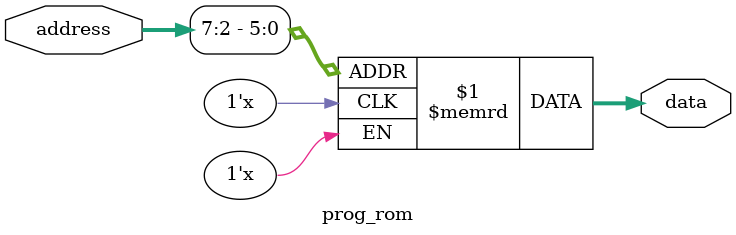
<source format=v>
module prog_rom(/*autoport*/
//output
            data,
//input
            address);

input wire [31:0] address;
output wire [31:0] data;

reg[31:0] rom[0:127];

initial begin
    // rom[0] <= 32'h3401aa00;
    // rom[1] <= 32'h340255aa;
    // rom[2] <= 32'h3403ffff;
    // rom[3] <= 32'h34041234;
    // rom[4] <= 32'h20450123; // addi $5, $2, 0x123
    // rom[5] <= 32'h00000000;
    // $readmemh("test_rom.txt",rom);
end

// assign data = {rom[address+32'd3],
//                 rom[address+32'd2],
//                 rom[address+32'd1],
//                 rom[address]};

assign data = rom[address[7:2]];


endmodule

</source>
